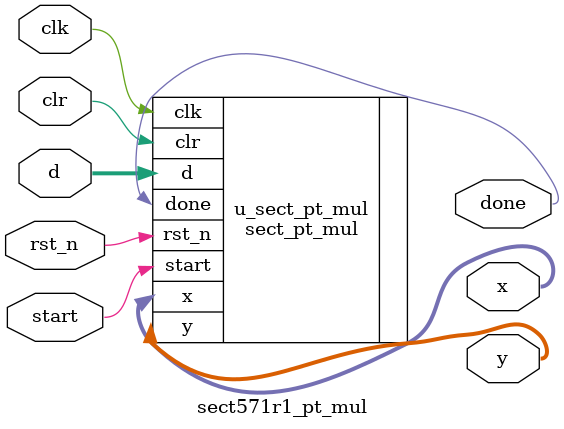
<source format=v>


module sect571r1_pt_mul (
    // System signals
    input clk,                      // system clock
    input rst_n,                    // system asynchronous reset, active low
    input clr,                      // synchronous clear

    // Data interface
    input start,                    // computation start
    input [570:0] d,                // input scalar
    output done,                    // computation done
    output [570:0] x,               // output x coordinate of d*G
    output [570:0] y                // output y coordinate of d*G
);

// Local parameters
localparam M = 571;                 // degree of f(x)
localparam FX = 571'h425;           // binary representation of f(x)
localparam B = 571'h2f40e7e2221f295de297117b7f3d62f5c6a97ffcb8ceff1cd6ba8ce4a9a18ad84ffabbd8efa59332be7ad6756a66e294afd185a78ff12aa520e4de739baca0c7ffeff7f2955727a;        // coefficient b of E
localparam XG = 571'h303001d34b856296c16c0d40d3cd7750a93d1d2955fa80aa5f40fc8db7b2abdbde53950f4c0d293cdd711a35b67fb1499ae60038614f1394abfa3b4c850d927e1e7769c8eec2d19;       // x coordinate of G
localparam YG = 571'h37bf27342da639b6dccfffeb73d69d78c6c27a6009cbbca1980f8533921e8a684423e43bab08a576291af8f461bb2a8b3531d2f0485c19b16e2f1516e23dd3c1a4827af1b8ac15b;       // y coordinate of G
localparam XG_SQR = 571'h332c62051a9053b19ce51d1fbb262d4f3cbc5f77cabeb39a55e2fb862f4ee865b3a1ed6584596657601326eec265ca2351c7b2b8c2205d040dec8048c03a467ad8c1847803ecb79;   // squaring of x coordinate of G
localparam XG_INV = 571'h122ee2893da130d4552a8066bbcce2d9dc0be8e9f9e34ba6b84985441e599019e99dbedff4077c8e391ae1a1ce129301045438bf2ee5129d258eaf9c076d8a891de6bc9bed9b794;   // inversion of x coordinate of G
localparam NUM_CYCLE_MUL = 9;       // number of computation cycles minus 1 in f2m_mul module (= NUM_SEG)


// Instance
sect_pt_mul #(
    .M              (M),
    .FX             (FX),
    .B              (B),
    .XG             (XG),
    .YG             (YG),
    .XG_SQR         (XG_SQR),
    .XG_INV         (XG_INV),
    .NUM_CYCLE_MUL  (NUM_CYCLE_MUL)
) u_sect_pt_mul (
    .clk            (clk),
    .rst_n          (rst_n),
    .clr            (clr),
    .start          (start),
    .d              (d),
    .done           (done),
    .x              (x),
    .y              (y)
);


endmodule

</source>
